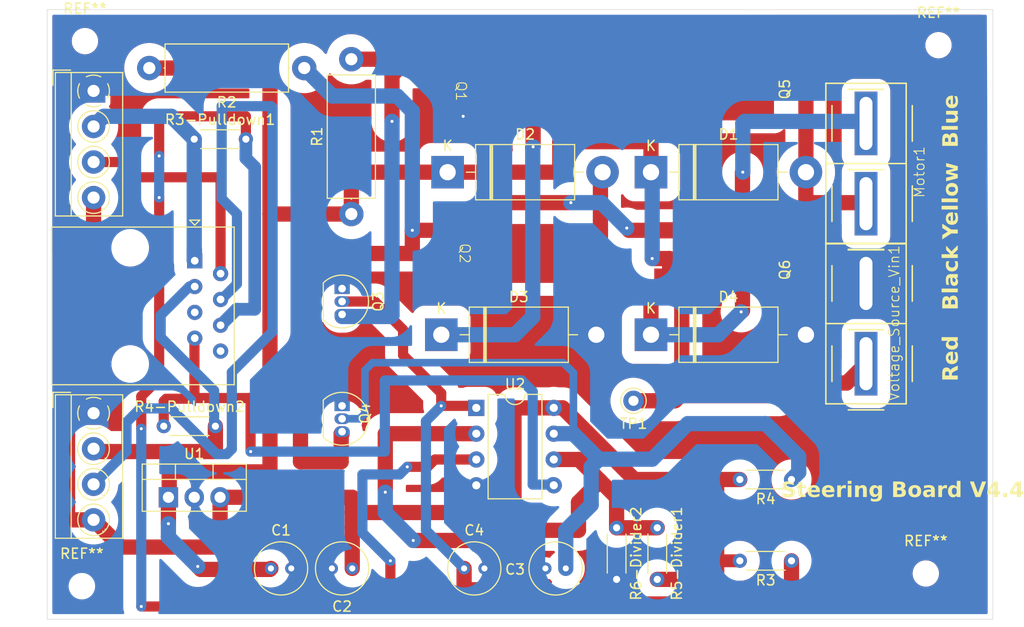
<source format=kicad_pcb>
(kicad_pcb (version 20221018) (generator pcbnew)
  (title_block (date "22 February 2025") (rev "8"))
  (layers (0 "F.Cu" signal) (31 "B.Cu" signal) (34 "B.Paste" user) (35 "F.Paste" user) (36 "B.SilkS" user "B.Silkscreen") (37 "F.SilkS" user "F.Silkscreen") (38 "B.Mask" user) (39 "F.Mask" user) (44 "Edge.Cuts" user))
  (net 0 "")
  (net 1 "V_{Supply}")
  (net 2 "GND")
  (net 3 "5 VDC")
  (net 4 "Net-(Q4-G)")
  (net 5 "Net-(Q3-G)")
  (net 6 "/L_Sense")
  (net 7 "Net-(Q1-G)")
  (net 8 "Net-(Q2-G)")
  (net 9 "/R_TN")
  (net 10 "L_TN")
  (net 11 "1.8 VDC")
  (net 14 "LOAD_LEFT")
  (net 15 "LOAD_RIGHT")
  (net 16 "/R_Sense")
  (net 17 "/L_RTN")
  (net 18 "/R_RTN")
  (footprint "Connector_RJ:RJ45_Amphenol_54602-x08_Horizontal" (layer "F.Cu") (at 29.6 40.2175 -90)
    (fp_text reference "RJ1" hide)
    (fp_text value "RJ45" hide)
    (pad "" np_thru_hole circle (at -1.27 6.35 270) (size 3.2 3.2) (drill 3.2) (layers "F&B.Cu" "*.Mask"))
    (pad "" np_thru_hole circle (at 10.16 6.35 270) (size 3.2 3.2) (drill 3.2) (layers "F&B.Cu" "*.Mask"))
    (pad "1" thru_hole rect (at 0 0 270) (size 1.5 1.5) (drill 0.76) (layers "*.Cu" "*.Mask") (net 17 "/L_RTN"))
    (pad "2" thru_hole circle (at 1.27 -2.54 270) (size 1.5 1.5) (drill 0.76) (layers "*.Cu" "*.Mask") (net 6 "/L_Sense"))
    (pad "3" thru_hole circle (at 2.54 0 270) (size 1.5 1.5) (drill 0.76) (layers "*.Cu" "*.Mask") (net 18 "/R_RTN"))
    (pad "4" thru_hole circle (at 3.81 -2.54 270) (size 1.5 1.5) (drill 0.76) (layers "*.Cu" "*.Mask") (net 16 "/R_Sense"))
    (pad "5" thru_hole circle (at 5.08 0 270) (size 1.5 1.5) (drill 0.76) (layers "*.Cu" "*.Mask"))
    (pad "6" thru_hole circle (at 6.35 -2.54 270) (size 1.5 1.5) (drill 0.76) (layers "*.Cu" "*.Mask") (net 9 "/R_TN"))
    (pad "7" thru_hole circle (at 7.62 0 270) (size 1.5 1.5) (drill 0.76) (layers "*.Cu" "*.Mask") (net 10 "L_TN"))
    (pad "8" thru_hole circle (at 8.89 -2.54 270) (size 1.5 1.5) (drill 0.76) (layers "*.Cu" "*.Mask"))
  )
  (footprint "AOD66406:AOD66406" (layer "F.Cu") (at 55.01 39.5 -90)
    (fp_text reference "Q2" (at -0.01 -1.15 -90 unlocked) (layer "F.SilkS") (effects (font (thickness 0.1))))
    (fp_text value "AOD66406")
    (pad "1" smd rect (at -0.0002 -7.87 270) (size 5.8 6.2) (layers "F.Cu" "F.Paste" "F.Mask") (net 15 "LOAD_RIGHT"))
    (pad "2" smd rect (at -2.2802 -0.69 270) (size 1.6 3) (layers "F.Cu" "F.Paste" "F.Mask") (net 8 "Net-(Q2-G)"))
    (pad "3" smd rect (at 2.2798 -0.69 270) (size 1.6 3) (layers "F.Cu" "F.Paste" "F.Mask") (net 2 "GND"))
  )
  (footprint "Resistor_THT:R_Axial_DIN0204_L3.6mm_D1.6mm_P5.08mm_Horizontal" (layer "F.Cu") (at 26.55 56.5)
    (fp_text reference "R4-Pulldown2" (at 2.54 -1.92) (layer "F.SilkS"))
    (fp_text value "10K")
    (pad "1" thru_hole circle (at 0 0) (size 1.4 1.4) (drill 0.7) (layers "*.Cu" "*.Mask") (net 10 "L_TN"))
    (pad "2" thru_hole oval (at 5.08 0) (size 1.4 1.4) (drill 0.7) (layers "*.Cu" "*.Mask") (net 18 "/R_RTN"))
  )
  (footprint "Resistor_THT:R_Axial_DIN0414_L11.9mm_D4.5mm_P15.24mm_Horizontal" (layer "F.Cu") (at 40.37 21.25 180)
    (fp_text reference "R2" (at 7.62 -3.37 180) (layer "F.SilkS"))
    (fp_text value "1K")
    (pad "1" thru_hole circle (at 0 0 180) (size 2.4 2.4) (drill 1.2) (layers "*.Cu" "*.Mask") (net 8 "Net-(Q2-G)"))
    (pad "2" thru_hole oval (at 15.24 0 180) (size 2.4 2.4) (drill 1.2) (layers "*.Cu" "*.Mask") (net 1 "V_{Supply}"))
  )
  (footprint "TerminalBlock_MetzConnect:TerminalBlock_MetzConnect_Type059_RT06304HBWC_1x04_P3.50mm_Horizontal" (layer "F.Cu") (at 19.65 55.22 -90)
    (fp_text reference "Right1" hide)
    (fp_text value "Screw_Terminal_01x04")
    (pad "1" thru_hole rect (at 0 0 270) (size 2.3 2.3) (drill 1.2) (layers "*.Cu" "*.Mask") (net 2 "GND"))
    (pad "2" thru_hole circle (at 3.5 0 270) (size 2.3 2.3) (drill 1.2) (layers "*.Cu" "*.Mask") (net 18 "/R_RTN"))
    (pad "3" thru_hole circle (at 7 0 270) (size 2.3 2.3) (drill 1.2) (layers "*.Cu" "*.Mask") (net 16 "/R_Sense"))
    (pad "4" thru_hole circle (at 10.5 0 270) (size 2.3 2.3) (drill 1.2) (layers "*.Cu" "*.Mask") (net 3 "5 VDC"))
  )
  (footprint "Package_TO_SOT_THT:TO-220-3_Vertical" (layer "F.Cu") (at 27.01 63.5)
    (fp_text reference "U1" (at 2.54 -4.27) (layer "F.SilkS"))
    (fp_text value "L7805")
    (pad "1" thru_hole rect (at 0 0) (size 1.905 2) (drill 1.1) (layers "*.Cu" "*.Mask") (net 1 "V_{Supply}"))
    (pad "2" thru_hole oval (at 2.54 0) (size 1.905 2) (drill 1.1) (layers "*.Cu" "*.Mask") (net 2 "GND"))
    (pad "3" thru_hole oval (at 5.08 0) (size 1.905 2) (drill 1.1) (layers "*.Cu" "*.Mask") (net 3 "5 VDC"))
  )
  (footprint "Connector_Pin:Pin_D1.0mm_L10.0mm" (layer "F.Cu") (at 72.75 54)
    (fp_text reference "TP1" (at 0 2.25) (layer "F.SilkS"))
    (fp_text value "TestPoint")
    (pad "1" thru_hole circle (at 0 0) (size 2 2) (drill 1) (layers "*.Cu" "*.Mask") (net 1 "V_{Supply}"))
  )
  (footprint "TerminalBlock_MetzConnect:TerminalBlock_MetzConnect_Type059_RT06304HBWC_1x04_P3.50mm_Horizontal" (layer "F.Cu") (at 19.65 23.5 -90)
    (fp_text reference "Left1" hide)
    (fp_text value "Screw_Terminal_01x04")
    (pad "1" thru_hole rect (at 0 0 270) (size 2.3 2.3) (drill 1.2) (layers "*.Cu" "*.Mask") (net 2 "GND"))
    (pad "2" thru_hole circle (at 3.5 0 270) (size 2.3 2.3) (drill 1.2) (layers "*.Cu" "*.Mask") (net 17 "/L_RTN"))
    (pad "3" thru_hole circle (at 7 0 270) (size 2.3 2.3) (drill 1.2) (layers "*.Cu" "*.Mask") (net 6 "/L_Sense"))
    (pad "4" thru_hole circle (at 10.5 0 270) (size 2.3 2.3) (drill 1.2) (layers "*.Cu" "*.Mask") (net 3 "5 VDC"))
  )
  (footprint "Package_TO_SOT_THT:TO-92_Inline" (layer "F.Cu") (at 44.09 42.96 -90)
    (fp_text reference "Q3" (at 1.27 -3.56 90) (layer "F.SilkS"))
    (fp_text value "2N7000")
    (pad "1" thru_hole rect (at 0 0 270) (size 1.05 1.5) (drill 0.75) (layers "*.Cu" "*.Mask") (net 2 "GND"))
    (pad "2" thru_hole oval (at 1.27 0 270) (size 1.05 1.5) (drill 0.75) (layers "*.Cu" "*.Mask") (net 5 "Net-(Q3-G)"))
    (pad "3" thru_hole oval (at 2.54 0 270) (size 1.05 1.5) (drill 0.75) (layers "*.Cu" "*.Mask") (net 7 "Net-(Q1-G)"))
  )
  (footprint "MountingHole:MountingHole_2.1mm" (layer "F.Cu") (at 101.5 71)
    (fp_text reference "REF**" (at 0 -3.2) (layer "F.SilkS"))
    (fp_text value "MountingHole_2.1mm")
    (pad "" np_thru_hole circle (at 0 0) (size 2.1 2.1) (drill 2.1) (layers "F&B.Cu" "*.Mask"))
  )
  (footprint "Diode_THT:D_DO-201AD_P15.24mm_Horizontal" (layer "F.Cu") (at 54.47 31.5)
    (fp_text reference "D2" (at 7.62 -3.72) (layer "F.SilkS"))
    (fp_text value "SB5H100")
    (fp_text user "K" (at 0 -2.6) (layer "F.SilkS"))
    (pad "1" thru_hole rect (at 0 0) (size 3.2 3.2) (drill 1.6) (layers "*.Cu" "*.Mask") (net 1 "V_{Supply}"))
    (pad "2" thru_hole oval (at 15.24 0) (size 3.2 3.2) (drill 1.6) (layers "*.Cu" "*.Mask") (net 15 "LOAD_RIGHT"))
  )
  (footprint "Diode_THT:D_DO-201AD_P15.24mm_Horizontal" (layer "F.Cu") (at 53.85 47.5)
    (fp_text reference "D3" (at 7.62 -3.72) (layer "F.SilkS"))
    (fp_text value "SB5H100")
    (fp_text user "K" (at 0 -2.6) (layer "F.SilkS"))
    (pad "1" thru_hole rect (at 0 0) (size 3.2 3.2) (drill 1.6) (layers "*.Cu" "*.Mask") (net 14 "LOAD_LEFT"))
    (pad "2" thru_hole oval (at 15.24 0) (size 3.2 3.2) (drill 1.6) (layers "*.Cu" "*.Mask") (net 2 "GND"))
  )
  (footprint "Resistor_THT:R_Axial_DIN0414_L11.9mm_D4.5mm_P15.24mm_Horizontal" (layer "F.Cu") (at 45 35.62 90)
    (fp_text reference "R1" (at 7.62 -3.37 90) (layer "F.SilkS"))
    (fp_text value "1K")
    (pad "1" thru_hole circle (at 0 0 90) (size 2.4 2.4) (drill 1.2) (layers "*.Cu" "*.Mask") (net 1 "V_{Supply}"))
    (pad "2" thru_hole oval (at 15.24 0 90) (size 2.4 2.4) (drill 1.2) (layers "*.Cu" "*.Mask") (net 7 "Net-(Q1-G)"))
  )
  (footprint "Resistor_THT:R_Axial_DIN0204_L3.6mm_D1.6mm_P5.08mm_Horizontal" (layer "F.Cu") (at 88.29 61.75 180)
    (fp_text reference "R4" (at 2.54 -1.92 180) (layer "F.SilkS"))
    (fp_text value "10k")
    (pad "1" thru_hole circle (at 0 0 180) (size 1.4 1.4) (drill 0.7) (layers "*.Cu" "*.Mask") (net 4 "Net-(Q4-G)"))
    (pad "2" thru_hole oval (at 5.08 0 180) (size 1.4 1.4) (drill 0.7) (layers "*.Cu" "*.Mask") (net 3 "5 VDC"))
  )
  (footprint "Capacitor_THT:C_Radial_D5.0mm_H7.0mm_P2.00mm" (layer "F.Cu") (at 56.09 70.5)
    (fp_text reference "C4" (at 1 -3.75) (layer "F.SilkS"))
    (fp_text value "10pF")
    (pad "1" thru_hole circle (at 0 0) (size 1.2 1.2) (drill 0.6) (layers "*.Cu" "*.Mask") (net 5 "Net-(Q3-G)"))
    (pad "2" thru_hole circle (at 2 0) (size 1.2 1.2) (drill 0.6) (layers "*.Cu" "*.Mask") (net 2 "GND"))
  )
  (footprint "Package_DIP:DIP-8_W7.62mm" (layer "F.Cu") (at 57.29 54.7)
    (fp_text reference "U2" (at 3.81 -2.33) (layer "F.SilkS"))
    (fp_text value "LM393")
    (pad "1" thru_hole rect (at 0 0) (size 1.6 1.6) (drill 0.8) (layers "*.Cu" "*.Mask") (net 5 "Net-(Q3-G)"))
    (pad "2" thru_hole oval (at 0 2.54) (size 1.6 1.6) (drill 0.8) (layers "*.Cu" "*.Mask") (net 11 "1.8 VDC"))
    (pad "3" thru_hole oval (at 0 5.08) (size 1.6 1.6) (drill 0.8) (layers "*.Cu" "*.Mask") (net 9 "/R_TN"))
    (pad "4" thru_hole oval (at 0 7.62) (size 1.6 1.6) (drill 0.8) (layers "*.Cu" "*.Mask") (net 2 "GND"))
    (pad "5" thru_hole oval (at 7.62 7.62) (size 1.6 1.6) (drill 0.8) (layers "*.Cu" "*.Mask") (net 10 "L_TN"))
    (pad "6" thru_hole oval (at 7.62 5.08) (size 1.6 1.6) (drill 0.8) (layers "*.Cu" "*.Mask") (net 11 "1.8 VDC"))
    (pad "7" thru_hole oval (at 7.62 2.54) (size 1.6 1.6) (drill 0.8) (layers "*.Cu" "*.Mask") (net 4 "Net-(Q4-G)"))
    (pad "8" thru_hole oval (at 7.62 0) (size 1.6 1.6) (drill 0.8) (layers "*.Cu" "*.Mask") (net 3 "5 VDC"))
  )
  (footprint "Anderson_Connector:Anderson_Conn" (layer "F.Cu") (at 101.83 30.65 90)
    (fp_text reference "Motor1" (at -0.84 -0.9625 90 unlocked) (layer "F.SilkS") (effects (font (thickness 0.1))))
    (fp_text value "Conn_01x02")
    (pad "1" thru_hole rect (at -3.95 -6.21 90) (size 6.25 2.25) (drill oval 5.23 1.27) (layers "*.Cu" "*.Mask") (net 14 "LOAD_LEFT"))
    (pad "2" thru_hole rect (at 3.95 -6.21 90) (size 6.25 2.25) (drill oval 5.23 1.27) (layers "*.Cu" "*.Mask") (net 15 "LOAD_RIGHT"))
  )
  (footprint "Capacitor_THT:C_Radial_D5.0mm_H7.0mm_P2.00mm" (layer "F.Cu") (at 66.09 70.5 180)
    (fp_text reference "C3" (at 4.99 -0.1) (layer "F.SilkS"))
    (fp_text value "10pF")
    (pad "1" thru_hole circle (at 0 0 180) (size 1.2 1.2) (drill 0.6) (layers "*.Cu" "*.Mask") (net 4 "Net-(Q4-G)"))
    (pad "2" thru_hole circle (at 2 0 180) (size 1.2 1.2) (drill 0.6) (layers "*.Cu" "*.Mask") (net 2 "GND"))
  )
  (footprint "Resistor_THT:R_Axial_DIN0204_L3.6mm_D1.6mm_P5.08mm_Horizontal" (layer "F.Cu") (at 71.09 66.5 -90)
    (fp_text reference "R6-Divider2" (at 2.54 -1.92 90) (layer "F.SilkS"))
    (fp_text value "4.7K")
    (pad "1" thru_hole circle (at 0 0 270) (size 1.4 1.4) (drill 0.7) (layers "*.Cu" "*.Mask") (net 11 "1.8 VDC"))
    (pad "2" thru_hole oval (at 5.08 0 270) (size 1.4 1.4) (drill 0.7) (layers "*.Cu" "*.Mask") (net 2 "GND"))
  )
  (footprint "MountingHole:MountingHole_2.1mm" (layer "F.Cu") (at 18.8 18.6)
    (fp_text reference "REF**" (at 0 -3.2) (layer "F.SilkS"))
    (fp_text value "MountingHole_2.1mm")
    (pad "" np_thru_hole circle (at 0 0) (size 2.1 2.1) (drill 2.1) (layers "F&B.Cu" "*.Mask"))
  )
  (footprint "Capacitor_THT:C_Radial_D5.0mm_H7.0mm_P2.00mm" (layer "F.Cu") (at 45.09 70.5 180)
    (fp_text reference "C2" (at 1 -3.75) (layer "F.SilkS"))
    (fp_text value "0.1uF")
    (pad "1" thru_hole circle (at 0 0 180) (size 1.2 1.2) (drill 0.6) (layers "*.Cu" "*.Mask") (net 3 "5 VDC"))
    (pad "2" thru_hole circle (at 2 0 180) (size 1.2 1.2) (drill 0.6) (layers "*.Cu" "*.Mask") (net 2 "GND"))
  )
  (footprint "Anderson_Connector:Anderson_Conn" (layer "F.Cu") (at 101.83 46.4 90)
    (fp_text reference "Voltage_Source_Vin1" (at 0.05 -3.44 90 unlocked) (layer "F.SilkS") (effects (font (thickness 0.1))))
    (fp_text value "Conn_01x02")
    (pad "1" thru_hole rect (at -3.95 -6.21 90) (size 6.25 2.25) (drill oval 5.23 1.27) (layers "*.Cu" "*.Mask") (net 1 "V_{Supply}"))
    (pad "2" thru_hole rect (at 3.95 -6.21 90) (size 6.25 2.25) (drill oval 5.23 1.27) (layers "*.Cu" "*.Mask") (net 2 "GND"))
  )
  (footprint "Resistor_THT:R_Axial_DIN0204_L3.6mm_D1.6mm_P5.08mm_Horizontal" (layer "F.Cu") (at 29.55 28.25)
    (fp_text reference "R3-Pulldown1" (at 2.54 -1.92) (layer "F.SilkS"))
    (fp_text value "10K")
    (pad "1" thru_hole circle (at 0 0) (size 1.4 1.4) (drill 0.7) (layers "*.Cu" "*.Mask") (net 17 "/L_RTN"))
    (pad "2" thru_hole oval (at 5.08 0) (size 1.4 1.4) (drill 0.7) (layers "*.Cu" "*.Mask") (net 9 "/R_TN"))
  )
  (footprint "Package_TO_SOT_THT:TO-92_Inline" (layer "F.Cu") (at 44.09 54.5 -90)
    (fp_text reference "Q4" (at 0.75 -2.25 90) (layer "F.SilkS"))
    (fp_text value "2N7000")
    (pad "1" thru_hole rect (at 0 0 270) (size 1.05 1.5) (drill 0.75) (layers "*.Cu" "*.Mask") (net 2 "GND"))
    (pad "2" thru_hole oval (at 1.27 0 270) (size 1.05 1.5) (drill 0.75) (layers "*.Cu" "*.Mask") (net 4 "Net-(Q4-G)"))
    (pad "3" thru_hole oval (at 2.54 0 270) (size 1.05 1.5) (drill 0.75) (layers "*.Cu" "*.Mask") (net 8 "Net-(Q2-G)"))
  )
  (footprint "AOD4189:DPACK" (layer "F.Cu") (at 81.09 39.5 -90)
    (fp_text reference "Q6" (at 1.61 -6.54 90) (layer "F.SilkS"))
    (fp_text value "AOD4189")
    (pad "1" smd rect (at -2.28 4.8 270) (size 1.6 3) (layers "F.Cu" "F.Paste" "F.Mask") (net 8 "Net-(Q2-G)"))
    (pad "3" smd rect (at 2.28 4.8 270) (size 1.6 3) (layers "F.Cu" "F.Paste" "F.Mask") (net 1 "V_{Supply}"))
    (pad "4" smd rect (at 0 -2.38 270) (size 5.8 6.2) (layers "F.Cu" "F.Paste" "F.Mask") (net 15 "LOAD_RIGHT"))
  )
  (footprint "Resistor_THT:R_Axial_DIN0204_L3.6mm_D1.6mm_P5.08mm_Horizontal" (layer "F.Cu") (at 88.29 69.75 180)
    (fp_text reference "R3" (at 2.54 -1.92 180) (layer "F.SilkS"))
    (fp_text value "10k")
    (pad "1" thru_hole circle (at 0 0 180) (size 1.4 1.4) (drill 0.7) (layers "*.Cu" "*.Mask") (net 5 "Net-(Q3-G)"))
    (pad "2" thru_hole oval (at 5.08 0 180) (size 1.4 1.4) (drill 0.7) (layers "*.Cu" "*.Mask") (net 3 "5 VDC"))
  )
  (footprint "Diode_THT:D_DO-201AD_P15.24mm_Horizontal" (layer "F.Cu") (at 74.47 47.5)
    (fp_text reference "D4" (at 7.62 -3.72) (layer "F.SilkS"))
    (fp_text value "SB5H100")
    (fp_text user "K" (at 0 -2.6) (layer "F.SilkS"))
    (pad "1" thru_hole rect (at 0 0) (size 3.2 3.2) (drill 1.6) (layers "*.Cu" "*.Mask") (net 15 "LOAD_RIGHT"))
    (pad "2" thru_hole oval (at 15.24 0) (size 3.2 3.2) (drill 1.6) (layers "*.Cu" "*.Mask") (net 2 "GND"))
  )
  (footprint "MountingHole:MountingHole_2.1mm" (layer "F.Cu") (at 18.5 72.25)
    (fp_text reference "REF**" (at 0 -3.2) (layer "F.SilkS"))
    (fp_text value "MountingHole_2.1mm")
    (pad "" np_thru_hole circle (at 0 0) (size 2.1 2.1) (drill 2.1) (layers "*.Cu" "*.Mask"))
  )
  (footprint "AOD4189:DPACK" (layer "F.Cu") (at 81.09 23.5 -90)
    (fp_text reference "Q5" (at -0.17 -6.54 90) (layer "F.SilkS"))
    (fp_text value "AOD4189")
    (pad "1" smd rect (at -2.28 4.8 270) (size 1.6 3) (layers "F.Cu" "F.Paste" "F.Mask") (net 7 "Net-(Q1-G)"))
    (pad "3" smd rect (at 2.28 4.8 270) (size 1.6 3) (layers "F.Cu" "F.Paste" "F.Mask") (net 1 "V_{Supply}"))
    (pad "4" smd rect (at 0 -2.38 270) (size 5.8 6.2) (layers "F.Cu" "F.Paste" "F.Mask") (net 14 "LOAD_LEFT"))
  )
  (footprint "MountingHole:MountingHole_2.1mm" (layer "F.Cu") (at 102.75 19)
    (fp_text reference "REF**" (at 0 -3.2) (layer "F.SilkS"))
    (fp_text value "MountingHole_2.1mm")
    (pad "" np_thru_hole circle (at 0 0) (size 2.1 2.1) (drill 2.1) (layers "F&B.Cu" "*.Mask"))
  )
  (footprint "Resistor_THT:R_Axial_DIN0204_L3.6mm_D1.6mm_P5.08mm_Horizontal" (layer "F.Cu") (at 75.09 66.5 -90)
    (fp_text reference "R5-Divider1" (at 2.54 -1.92 90) (layer "F.SilkS"))
    (fp_text value "10K")
    (pad "1" thru_hole circle (at 0 0 270) (size 1.4 1.4) (drill 0.7) (layers "*.Cu" "*.Mask") (net 11 "1.8 VDC"))
    (pad "2" thru_hole oval (at 5.08 0 270) (size 1.4 1.4) (drill 0.7) (layers "*.Cu" "*.Mask") (net 3 "5 VDC"))
  )
  (footprint "AOD66406:AOD66406" (layer "F.Cu") (at 55.01 23.5 -90)
    (fp_text reference "Q1" (at 0.02 -0.79 -90 unlocked) (layer "F.SilkS") (effects (font (thickness 0.1))))
    (fp_text value "AOD66406")
    (pad "1" smd rect (at -0.0002 -7.87 270) (size 5.8 6.2) (layers "F.Cu" "F.Paste" "F.Mask") (net 14 "LOAD_LEFT"))
    (pad "2" smd rect (at -2.2802 -0.69 270) (size 1.6 3) (layers "F.Cu" "F.Paste" "F.Mask") (net 7 "Net-(Q1-G)"))
    (pad "3" smd rect (at 2.2798 -0.69 270) (size 1.6 3) (layers "F.Cu" "F.Paste" "F.Mask") (net 2 "GND"))
  )
  (footprint "Diode_THT:D_DO-201AD_P15.24mm_Horizontal" (layer "F.Cu") (at 74.47 31.5)
    (fp_text reference "D1" (at 7.62 -3.72) (layer "F.SilkS"))
    (fp_text value "SB5H100")
    (fp_text user "K" (at 0 -2.6) (layer "F.SilkS"))
    (pad "1" thru_hole rect (at 0 0) (size 3.2 3.2) (drill 1.6) (layers "*.Cu" "*.Mask") (net 1 "V_{Supply}"))
    (pad "2" thru_hole oval (at 15.24 0) (size 3.2 3.2) (drill 1.6) (layers "*.Cu" "*.Mask") (net 14 "LOAD_LEFT"))
  )
  (footprint "Capacitor_THT:C_Radial_D5.0mm_H7.0mm_P2.00mm" (layer "F.Cu") (at 37.09 70.5)
    (fp_text reference "C1" (at 1 -3.75) (layer "F.SilkS"))
    (fp_text value "0.33uF")
    (pad "1" thru_hole circle (at 0 0) (size 1.2 1.2) (drill 0.6) (layers "*.Cu" "*.Mask") (net 1 "V_{Supply}"))
    (pad "2" thru_hole circle (at 2 0) (size 1.2 1.2) (drill 0.6) (layers "*.Cu" "*.Mask") (net 2 "GND"))
  )
  (gr_rect (start 15.09 15.5) (end 108.09 75.5) (stroke (width 0.05)) (fill none) (layer "Edge.Cuts"))
  (gr_text "Blue" (at 104.9 29.1 90) (layer "F.SilkS") (effects (font (size 1.5 1.5) (thickness 0.3) bold) (justify left bottom)))
  (gr_text "Yellow" (at 104.9 38.1 90) (layer "F.SilkS") (effects (font (size 1.5 1.5) (thickness 0.3) bold) (justify left bottom)))
  (gr_text "Black" (at 104.9 45.1 90) (layer "F.SilkS") (effects (font (size 1.5 1.5) (thickness 0.3) bold) (justify left bottom)))
  (gr_text "Red" (at 104.9 52.1 90) (layer "F.SilkS") (effects (font (size 1.5 1.5) (thickness 0.3) bold) (justify left bottom)))
  (gr_text "Steering Board V4.4\n\n" (at 87.25 66.25) (layer "F.SilkS") (effects (font (size 1.5 1.5) (thickness 0.25) bold) (justify left bottom)))
  (segment (start 76.3 40) (end 76.3 41.77) (width 1.5) (layer "F.Cu") (net 1))
  (segment (start 76.29 41.78) (end 77.5 42.99) (width 1.5) (layer "F.Cu") (net 1))
  (segment (start 87 53.5) (end 88.25 52.25) (width 1.5) (layer "F.Cu") (net 1))
  (segment (start 74.59 40) (end 76.3 40) (width 1.5) (layer "F.Cu") (net 1))
  (segment (start 45 35.62) (end 37 35.62) (width 1.5) (layer "F.Cu") (net 1))
  (segment (start 54.47 31.5) (end 45 31.5) (width 1.5) (layer "F.Cu") (net 1))
  (segment (start 27.2 61) (end 27.09 61.11) (width 1.5) (layer "F.Cu") (net 1))
  (segment (start 54.47 31.5) (end 65.5 31.5) (width 1.5) (layer "F.Cu") (net 1))
  (segment (start 37 21.25) (end 37 35.62) (width 1.5) (layer "F.Cu") (net 1))
  (segment (start 27.09 61.11) (end 27.09 63.42) (width 1.5) (layer "F.Cu") (net 1))
  (segment (start 36.99 70.6) (end 37.09 70.5) (width 1.5) (layer "F.Cu") (net 1))
  (segment (start 37 61) (end 27.2 61) (width 1.5) (layer "F.Cu") (net 1))
  (segment (start 37 35.62) (end 37 61) (width 1.5) (layer "F.Cu") (net 1))
  (segment (start 76.3 41.77) (end 76.29 41.78) (width 1.5) (layer "F.Cu") (net 1))
  (segment (start 25.13 21.25) (end 37 21.25) (width 1.5) (layer "F.Cu") (net 1))
  (segment (start 88.25 52.25) (end 93.72 52.25) (width 1.5) (layer "F.Cu") (net 1))
  (segment (start 74.47 28.5) (end 74.47 31.5) (width 1.5) (layer "F.Cu") (net 1))
  (segment (start 77.34 53.5) (end 76.84 54) (width 1.5) (layer "F.Cu") (net 1))
  (segment (start 76.84 54) (end 72.75 54) (width 1.5) (layer "F.Cu") (net 1))
  (segment (start 65.5 31.5) (end 65.5 28.5) (width 1.5) (layer "F.Cu") (net 1))
  (segment (start 77.5 42.99) (end 77.5 53.34) (width 1.5) (layer "F.Cu") (net 1))
  (segment (start 45 31.5) (end 45 35.62) (width 1.5) (layer "F.Cu") (net 1))
  (segment (start 76.29 25.78) (end 74.47 25.78) (width 1.5) (layer "F.Cu") (net 1))
  (segment (start 77.5 53.34) (end 77.34 53.5) (width 1.5) (layer "F.Cu") (net 1))
  (segment (start 77.34 53.5) (end 87 53.5) (width 1.5) (layer "F.Cu") (net 1))
  (segment (start 27.09 63.42) (end 27.01 63.5) (width 1.5) (layer "F.Cu") (net 1))
  (segment (start 30.19 70.6) (end 36.99 70.6) (width 1.5) (layer "F.Cu") (net 1))
  (segment (start 65.5 28.5) (end 74.47 28.5) (width 1.5) (layer "F.Cu") (net 1))
  (segment (start 29.895 70.305) (end 30.19 70.6) (width 1.5) (layer "F.Cu") (net 1))
  (segment (start 74.47 25.78) (end 74.47 28.5) (width 1.5) (layer "F.Cu") (net 1))
  (segment (start 27.01 66.1) (end 27.01 63.5) (width 1.5) (layer "F.Cu") (net 1))
  (segment (start 93.72 52.25) (end 95.62 50.35) (width 1.5) (layer "F.Cu") (net 1))
  (via (at 74.59 40) (size 0.6) (drill 0.3) (layers "F.Cu" "B.Cu") (net 1))
  (via (at 27.01 66.1) (size 0.6) (drill 0.3) (layers "F.Cu" "B.Cu") (net 1))
  (via (at 29.895 70.305) (size 0.6) (drill 0.3) (layers "F.Cu" "B.Cu") (net 1))
  (segment (start 29.895 70.305) (end 27.01 67.42) (width 1.5) (layer "B.Cu") (net 1))
  (segment (start 27.01 67.42) (end 27.01 66.1) (width 1.5) (layer "B.Cu") (net 1))
  (segment (start 74.59 40) (end 74.59 31.62) (width 1.5) (layer "B.Cu") (net 1))
  (segment (start 74.59 31.62) (end 74.47 31.5) (width 1.5) (layer "B.Cu") (net 1))
  (segment (start 44.2202 41.7798) (end 44.09 41.91) (width 1) (layer "F.Cu") (net 2))
  (segment (start 44.09 41.91) (end 44.09 42.96) (width 1) (layer "F.Cu") (net 2))
  (segment (start 55.7 41.7798) (end 44.2202 41.7798) (width 1) (layer "F.Cu") (net 2))
  (via (at 56 26) (size 0.6) (drill 0.3) (layers "F.Cu" "B.Cu") (net 2))
  (segment (start 80.93 71.47) (end 80.93 69.75) (width 1.5) (layer "F.Cu") (net 3))
  (segment (start 83.21 61.75) (end 80.93 61.75) (width 1.5) (layer "F.Cu") (net 3))
  (segment (start 19.5 41.1) (end 19.65 40.95) (width 1.5) (layer "F.Cu") (net 3))
  (segment (start 61 65) (end 61 54.8) (width 1.5) (layer "F.Cu") (net 3))
  (segment (start 17.1 41.1) (end 19.5 41.1) (width 1.5) (layer "F.Cu") (net 3))
  (segment (start 61.1 54.7) (end 64.91 54.7) (width 1.5) (layer "F.Cu") (net 3))
  (segment (start 72.84 61.75) (end 80.93 61.75) (width 1.5) (layer "F.Cu") (net 3))
  (segment (start 17.09 65.5) (end 17.09 41.11) (width 1.5) (layer "F.Cu") (net 3))
  (segment (start 32.09 68.4) (end 32.09 63.5) (width 1.5) (layer "F.Cu") (net 3))
  (segment (start 45.09 65) (end 61 65) (width 1.5) (layer "F.Cu") (net 3))
  (segment (start 61 54.8) (end 61.1 54.7) (width 1.5) (layer "F.Cu") (net 3))
  (segment (start 32.09 63.5) (end 45.09 63.5) (width 1.5) (layer "F.Cu") (net 3))
  (segment (start 19.65 40.95) (end 19.65 34) (width 1.5) (layer "F.Cu") (net 3))
  (segment (start 64.91 54.7) (end 65.79 54.7) (width 1.5) (layer "F.Cu") (net 3))
  (segment (start 19.65 65.72) (end 22.33 68.4) (width 1.5) (layer "F.Cu") (net 3))
  (segment (start 17.09 41.11) (end 17.1 41.1) (width 1.5) (layer "F.Cu") (net 3))
  (segment (start 80.82 71.58) (end 80.93 71.47) (width 1.5) (layer "F.Cu") (net 3))
  (segment (start 19.65 65.72) (end 17.31 65.72) (width 1.5) (layer "F.Cu") (net 3))
  (segment (start 80.93 61.75) (end 80.93 69.75) (width 1.5) (layer "F.Cu") (net 3))
  (segment (start 65.79 54.7) (end 72.84 61.75) (width 1.5) (layer "F.Cu") (net 3))
  (segment (start 75.09 71.58) (end 80.82 71.58) (width 1.5) (layer "F.Cu") (net 3))
  (segment (start 17.31 65.72) (end 17.09 65.5) (width 1.5) (layer "F.Cu") (net 3))
  (segment (start 45.09 66.5) (end 45.09 70.5) (width 1.5) (layer "F.Cu") (net 3))
  (segment (start 22.33 68.4) (end 32.09 68.4) (width 1.5) (layer "F.Cu") (net 3))
  (segment (start 45.09 63.5) (end 45.09 66.5) (width 1.5) (layer "F.Cu") (net 3))
  (segment (start 83.21 69.75) (end 80.93 69.75) (width 1.27) (layer "F.Cu") (net 3))
  (segment (start 68.59 64.25) (end 68.59 60.5) (width 1.5) (layer "B.Cu") (net 4))
  (segment (start 88.29 61.75) (end 89 61.04) (width 1.5) (layer "B.Cu") (net 4))
  (segment (start 66.83 57.24) (end 64.91 57.24) (width 1.5) (layer "B.Cu") (net 4))
  (segment (start 46.34 55.25) (end 46.34 51) (width 0.75) (layer "B.Cu") (net 4))
  (segment (start 74.59 59.75) (end 69.34 59.75) (width 1.5) (layer "B.Cu") (net 4))
  (segment (start 65.84 50.25) (end 66.84 51.25) (width 0.75) (layer "B.Cu") (net 4))
  (segment (start 89 59.5) (end 85.75 56.25) (width 1.5) (layer "B.Cu") (net 4))
  (segment (start 46.34 51) (end 47.09 50.25) (width 0.75) (layer "B.Cu") (net 4))
  (segment (start 66.84 57.23) (end 66.83 57.24) (width 0.75) (layer "B.Cu") (net 4))
  (segment (start 66.09 66.75) (end 68.59 64.25) (width 1.5) (layer "B.Cu") (net 4))
  (segment (start 89 61.04) (end 89 59.5) (width 1.5) (layer "B.Cu") (net 4))
  (segment (start 69.34 59.75) (end 66.83 57.24) (width 1.5) (layer "B.Cu") (net 4))
  (segment (start 47.09 50.25) (end 65.84 50.25) (width 0.75) (layer "B.Cu") (net 4))
  (segment (start 66.09 70.5) (end 66.09 66.75) (width 1.5) (layer "B.Cu") (net 4))
  (segment (start 66.84 51.25) (end 66.84 57.23) (width 0.75) (layer "B.Cu") (net 4))
  (segment (start 45.82 55.77) (end 46.34 55.25) (width 0.75) (layer "B.Cu") (net 4))
  (segment (start 44.09 55.77) (end 45.82 55.77) (width 0.75) (layer "B.Cu") (net 4))
  (segment (start 78.09 56.25) (end 74.59 59.75) (width 1.5) (layer "B.Cu") (net 4))
  (segment (start 68.59 60.5) (end 69.34 59.75) (width 1.5) (layer "B.Cu") (net 4))
  (segment (start 85.75 56.25) (end 78.09 56.25) (width 1.5) (layer "B.Cu") (net 4))
  (segment (start 56.09 70.5) (end 56.09 72.6) (width 1.5) (layer "F.Cu") (net 5))
  (segment (start 88.29 73.89) (end 88.29 69.75) (width 1.5) (layer "F.Cu") (net 5))
  (segment (start 50.09 47) (end 50.09 49.5) (width 1) (layer "F.Cu") (net 5))
  (segment (start 53.84 53.25) (end 53.84 54.5) (width 1) (layer "F.Cu") (net 5))
  (segment (start 88.2 74) (end 88.3 73.9) (width 1.5) (layer "F.Cu") (net 5))
  (segment (start 56.09 72.6) (end 60.9 72.6) (width 1.5) (layer "F.Cu") (net 5))
  (segment (start 60.9 72.6) (end 62.3 74) (width 1.5) (layer "F.Cu") (net 5))
  (segment (start 88.3 73.9) (end 88.29 73.89) (width 1.5) (layer "F.Cu") (net 5))
  (segment (start 47.32 44.23) (end 50.09 47) (width 1) (layer "F.Cu") (net 5))
  (segment (start 57.09 54.5) (end 57.29 54.7) (width 1) (layer "F.Cu") (net 5))
  (segment (start 62.3 74) (end 88.2 74) (width 1.5) (layer "F.Cu") (net 5))
  (segment (start 53.84 54.5) (end 57.09 54.5) (width 1) (layer "F.Cu") (net 5))
  (segment (start 44.09 44.23) (end 47.32 44.23) (width 1) (layer "F.Cu") (net 5))
  (segment (start 50.09 49.5) (end 53.84 53.25) (width 1) (layer "F.Cu") (net 5))
  (via (at 53.84 54.5) (size 0.6) (drill 0.3) (layers "F.Cu" "B.Cu") (net 5))
  (segment (start 52.34 66.75) (end 56.09 70.5) (width 1) (layer "B.Cu") (net 5))
  (segment (start 53.84 54.5) (end 52.34 56) (width 1) (layer "B.Cu") (net 5))
  (segment (start 52.34 56) (end 52.34 66.75) (width 1) (layer "B.Cu") (net 5))
  (segment (start 31.8 32) (end 32.14 32.34) (width 1) (layer "F.Cu") (net 6))
  (segment (start 22.3 30.5) (end 23.8 32) (width 1) (layer "F.Cu") (net 6))
  (segment (start 32.14 32.34) (end 32.14 41.4875) (width 1) (layer "F.Cu") (net 6))
  (segment (start 19.65 30.5) (end 22.3 30.5) (width 1) (layer "F.Cu") (net 6))
  (segment (start 23.8 32) (end 31.8 32) (width 1) (layer "F.Cu") (net 6))
  (segment (start 48.88 20.38) (end 49.7198 21.2198) (width 1.5) (layer "F.Cu") (net 7))
  (segment (start 76.3 18.6) (end 76.3 21.21) (width 1.5) (layer "F.Cu") (net 7))
  (segment (start 49.7198 21.2198) (end 55.7 21.2198) (width 1.5) (layer "F.Cu") (net 7))
  (segment (start 55.7 18.5) (end 76.2 18.5) (width 1.5) (layer "F.Cu") (net 7))
  (segment (start 76.3 21.21) (end 76.29 21.22) (width 1.5) (layer "F.Cu") (net 7))
  (segment (start 45 20.38) (end 48.88 20.38) (width 1.5) (layer "F.Cu") (net 7))
  (segment (start 49 21.9396) (end 49.7198 21.2198) (width 1.5) (layer "F.Cu") (net 7))
  (segment (start 76.2 18.5) (end 76.3 18.6) (width 1.5) (layer "F.Cu") (net 7))
  (segment (start 55.7 21.2198) (end 55.7 18.5) (width 1.5) (layer "F.Cu") (net 7))
  (segment (start 49 26.5) (end 49 21.9396) (width 1.5) (layer "F.Cu") (net 7))
  (via (at 49 26.5) (size 0.6) (drill 0.3) (layers "F.Cu" "B.Cu") (net 7))
  (segment (start 49 45.59) (end 48.885 45.705) (width 1.5) (layer "B.Cu") (net 7))
  (segment (start 48.885 45.705) (end 44.09 45.705) (width 1.5) (layer "B.Cu") (net 7))
  (segment (start 49 26.5) (end 49 45.59) (width 1.5) (layer "B.Cu") (net 7))
  (segment (start 57.59 34.5) (end 66.59 34.5) (width 1.5) (layer "F.Cu") (net 8))
  (segment (start 40 39.5) (end 51 39.5) (width 1.5) (layer "F.Cu") (net 8))
  (segment (start 76.29 37.22) (end 72.31 37.22) (width 1.5) (layer "F.Cu") (net 8))
  (segment (start 44 57.245) (end 44 60) (width 1.5) (layer "F.Cu") (net 8))
  (segment (start 44.09 57.245) (end 44 57.245) (width 1.5) (layer "F.Cu") (net 8))
  (segment (start 55.7 36.39) (end 56.84 35.25) (width 1.5) (layer "F.Cu") (net 8))
  (segment (start 55.7 37.2198) (end 51 37.2198) (width 1.5) (layer "F.Cu") (net 8))
  (segment (start 44 60) (end 40 60) (width 1.5) (layer "F.Cu") (net 8))
  (segment (start 40 60) (end 40 39.5) (width 1.5) (layer "F.Cu") (net 8))
  (segment (start 56.84 35.25) (end 57.59 34.5) (width 1.5) (layer "F.Cu") (net 8))
  (segment (start 51 39.5) (end 51 37.2198) (width 1.5) (layer "F.Cu") (net 8))
  (segment (start 72.31 37.22) (end 72.09 37) (width 1.5) (layer "F.Cu") (net 8))
  (segment (start 55.7 37.2198) (end 55.7 36.39) (width 1.5) (layer "F.Cu") (net 8))
  (via (at 72.09 37) (size 0.6) (drill 0.3) (layers "F.Cu" "B.Cu") (net 8))
  (via (at 66.59 34.5) (size 0.6) (drill 0.3) (layers "F.Cu" "B.Cu") (net 8))
  (via (at 51 37.2198) (size 0.6) (drill 0.3) (layers "F.Cu" "B.Cu") (net 8))
  (segment (start 49.5 24) (end 43.12 24) (width 1.5) (layer "B.Cu") (net 8))
  (segment (start 66.59 34.5) (end 69.59 34.5) (width 1.5) (layer "B.Cu") (net 8))
  (segment (start 51 37.2198) (end 51 25.5) (width 1.5) (layer "B.Cu") (net 8))
  (segment (start 51 25.5) (end 49.5 24) (width 1.5) (layer "B.Cu") (net 8))
  (segment (start 69.59 34.5) (end 72.09 37) (width 1.5) (layer "B.Cu") (net 8))
  (segment (start 43.12 24) (end 40.37 21.25) (width 1.5) (layer "B.Cu") (net 8))
  (segment (start 26.1 34) (end 26.1 51.8) (width 1) (layer "F.Cu") (net 9))
  (segment (start 52.5 60.5) (end 50.5 60.5) (width 1) (layer "F.Cu") (net 9))
  (segment (start 26.1 51.8) (end 24.34 53.56) (width 1) (layer "F.Cu") (net 9))
  (segment (start 24.34 53.56) (end 24.34 56.75) (width 1) (layer "F.Cu") (net 9))
  (segment (start 34.63 26) (end 34.63 28.25) (width 1) (layer "F.Cu") (net 9))
  (segment (start 53.22 59.78) (end 52.5 60.5) (width 1) (layer "F.Cu") (net 9))
  (segment (start 48.84 74.25) (end 29.84 74.25) (width 1) (layer "F.Cu") (net 9))
  (segment (start 26.1 29.9) (end 26.1 26.01) (width 1) (layer "F.Cu") (net 9))
  (segment (start 29.84 74.25) (end 24.34 74.25) (width 1) (layer "F.Cu") (net 9))
  (segment (start 48.84 69.75) (end 48.84 74.25) (width 1) (layer "F.Cu") (net 9))
  (segment (start 57.29 59.78) (end 53.22 59.78) (width 1) (layer "F.Cu") (net 9))
  (segment (start 26.1 26.01) (end 26.09 26) (width 1) (layer "F.Cu") (net 9))
  (segment (start 26.09 26) (end 34.63 26) (width 1) (layer "F.Cu") (net 9))
  (via (at 24.34 74.25) (size 0.6) (drill 0.3) (layers "F.Cu" "B.Cu") (net 9))
  (via (at 26.1 34) (size 0.6) (drill 0.3) (layers "F.Cu" "B.Cu") (net 9))
  (via (at 48.84 69.75) (size 0.6) (drill 0.3) (layers "F.Cu" "B.Cu") (net 9))
  (via (at 26.1 29.9) (size 0.6) (drill 0.3) (layers "F.Cu" "B.Cu") (net 9))
  (via (at 50.5 60.5) (size 0.6) (drill 0.3) (layers "F.Cu" "B.Cu") (net 9))
  (via (at 24.34 56.75) (size 0.6) (drill 0.3) (layers "F.Cu" "B.Cu") (net 9))
  (segment (start 35.5 44.9925) (end 33.715 44.9925) (width 1.25) (layer "B.Cu") (net 9))
  (segment (start 24.34 74.25) (end 24.34 56.75) (width 1) (layer "B.Cu") (net 9))
  (segment (start 33.715 44.9925) (end 32.14 46.5675) (width 1.25) (layer "B.Cu") (net 9))
  (segment (start 50.5 60.5) (end 49.75 61.25) (width 1) (layer "B.Cu") (net 9))
  (segment (start 26.1 34) (end 26.1 29.9) (width 1) (layer "B.Cu") (net 9))
  (segment (start 46.09 67) (end 48.84 69.75) (width 1) (layer "B.Cu") (net 9))
  (segment (start 35.5 31) (end 35.5 44.9925) (width 1.25) (layer "B.Cu") (net 9))
  (segment (start 34.63 28.25) (end 34.63 30.13) (width 1.25) (layer "B.Cu") (net 9))
  (segment (start 49.75 61.25) (end 46.09 61.25) (width 1) (layer "B.Cu") (net 9))
  (segment (start 46.09 61.25) (end 46.09 67) (width 1) (layer "B.Cu") (net 9))
  (segment (start 34.63 30.13) (end 35.5 31) (width 1.25) (layer "B.Cu") (net 9))
  (segment (start 29.57 51.73) (end 29.57 53.73) (width 1) (layer "F.Cu") (net 10))
  (segment (start 26.79 53.8) (end 26.55 54.04) (width 1) (layer "F.Cu") (net 10))
  (segment (start 29.57 47.8675) (end 29.57 51.73) (width 1) (layer "F.Cu") (net 10))
  (segment (start 35 53.73) (end 29.57 53.73) (width 1) (layer "F.Cu") (net 10))
  (segment (start 29.6 47.8375) (end 29.57 47.8675) (width 1) (layer "F.Cu") (net 10))
  (segment (start 35.09 58.99) (end 35.09 53.82) (width 1) (layer "F.Cu") (net 10))
  (segment (start 35.09 53.82) (end 35 53.73) (width 1) (layer "F.Cu") (net 10))
  (segment (start 35.1 59) (end 35.09 58.99) (width 1) (layer "F.Cu") (net 10))
  (segment (start 29.57 53.73) (end 29.5 53.8) (width 1) (layer "F.Cu") (net 10))
  (segment (start 26.55 54.04) (end 26.55 56.5) (width 1) (layer "F.Cu") (net 10))
  (segment (start 29.5 53.8) (end 26.79 53.8) (width 1) (layer "F.Cu") (net 10))
  (via (at 35.1 59) (size 0.6) (drill 0.3) (layers "F.Cu" "B.Cu") (net 10))
  (segment (start 62.84 62.25) (end 62.84 53.09) (width 1) (layer "B.Cu") (net 10))
  (segment (start 61.75 52) (end 48.3 52) (width 1) (layer "B.Cu") (net 10))
  (segment (start 48.3 59) (end 35.1 59) (width 1) (layer "B.Cu") (net 10))
  (segment (start 64.91 62.32) (end 64.84 62.25) (width 1.5) (layer "B.Cu") (net 10))
  (segment (start 48.3 52) (end 48.3 59) (width 1) (layer "B.Cu") (net 10))
  (segment (start 64.84 62.25) (end 62.84 62.25) (width 1) (layer "B.Cu") (net 10))
  (segment (start 62.84 53.09) (end 61.75 52) (width 1) (layer "B.Cu") (net 10))
  (segment (start 62.84 66.75) (end 61.84 67.75) (width 1.5) (layer "F.Cu") (net 11))
  (segment (start 67.34 64) (end 67.34 66.75) (width 1.5) (layer "F.Cu") (net 11))
  (segment (start 69.465 61.875) (end 67.34 64) (width 1.5) (layer "F.Cu") (net 11))
  (segment (start 57.29 57.24) (end 48.36 57.24) (width 1.5) (layer "F.Cu") (net 11))
  (segment (start 48.34 57.26) (end 48.34 62.75) (width 1.5) (layer "F.Cu") (net 11))
  (segment (start 71.09 66.5) (end 75.09 66.5) (width 1.5) (layer "F.Cu") (net 11))
  (segment (start 67.34 66.75) (end 62.84 66.75) (width 1.5) (layer "F.Cu") (net 11))
  (segment (start 67.37 59.78) (end 69.465 61.875) (width 1.5) (layer "F.Cu") (net 11))
  (segment (start 61.84 67.75) (end 51.09 67.75) (width 1.5) (layer "F.Cu") (net 11))
  (segment (start 71.09 63.5) (end 71.09 66.5) (width 1.5) (layer "F.Cu") (net 11))
  (segment (start 69.465 61.875) (end 71.09 63.5) (width 1.5) (layer "F.Cu") (net 11))
  (segment (start 48.36 57.24) (end 48.34 57.26) (width 1.5) (layer "F.Cu") (net 11))
  (segment (start 64.91 59.78) (end 67.37 59.78) (width 1.5) (layer "F.Cu") (net 11))
  (via (at 48.34 63) (size 0.6) (drill 0.3) (layers "F.Cu" "B.Cu") (net 11))
  (via (at 51.09 67.75) (size 0.6) (drill 0.3) (layers "F.Cu" "B.Cu") (net 11))
  (segment (start 48.34 65) (end 48.34 63) (width 1.5) (layer "B.Cu") (net 11))
  (segment (start 51.09 67.75) (end 48.34 65) (width 1.5) (layer "B.Cu") (net 11))
  (segment (start 62.88 23.4998) (end 83.4698 23.4998) (width 1.5) (layer "F.Cu") (net 14))
  (segment (start 89.7 31.51) (end 89.7 34.5) (width 1.5) (layer "F.Cu") (net 14))
  (segment (start 83.47 23.5) (end 89.7 23.5) (width 1.5) (layer "F.Cu") (net 14))
  (segment (start 89.7 34.5) (end 95.52 34.5) (width 1.5) (layer "F.Cu") (net 14))
  (segment (start 95.52 34.5) (end 95.62 34.6) (width 1.5) (layer "F.Cu") (net 14))
  (segment (start 89.71 31.5) (end 89.7 31.51) (width 1.5) (layer "F.Cu") (net 14))
  (segment (start 89.7 23.5) (end 89.71 23.51) (width 1.5) (layer "F.Cu") (net 14))
  (segment (start 89.71 23.51) (end 89.71 31.5) (width 1.5) (layer "F.Cu") (net 14))
  (segment (start 62.88 29) (end 62.88 23.4998) (width 1.5) (layer "F.Cu") (net 14))
  (segment (start 83.4698 23.4998) (end 83.47 23.5) (width 1.5) (layer "F.Cu") (net 14))
  (via (at 62.88 29) (size 0.6) (drill 0.3) (layers "F.Cu" "B.Cu") (net 14))
  (segment (start 62.88 29) (end 62.84 29.04) (width 1.5) (layer "B.Cu") (net 14))
  (segment (start 62.84 45.75) (end 61.09 47.5) (width 1.5) (layer "B.Cu") (net 14))
  (segment (start 62.84 29.04) (end 62.84 45.75) (width 1.5) (layer "B.Cu") (net 14))
  (segment (start 61.09 47.5) (end 53.85 47.5) (width 1.5) (layer "B.Cu") (net 14))
  (segment (start 62.88 39.4998) (end 69.4998 39.4998) (width 1.5) (layer "F.Cu") (net 15))
  (segment (start 83.47 31.53) (end 83.5 31.5) (width 1.5) (layer "F.Cu") (net 15))
  (segment (start 74.47 44.03) (end 74.47 47.5) (width 1.5) (layer "F.Cu") (net 15))
  (segment (start 69.4998 42.9998) (end 69.5 43) (width 1.5) (layer "F.Cu") (net 15))
  (segment (start 69.71 31.5) (end 69.5 31.71) (width 1.5) (layer "F.Cu") (net 15))
  (segment (start 69.4998 39.4998) (end 69.5 39.5) (width 1.5) (layer "F.Cu") (net 15))
  (segment (start 83.47 39.5) (end 83.47 45.12) (width 1.5) (layer "F.Cu") (net 15))
  (segment (start 69.5 31.71) (end 69.5 39.5) (width 1.5) (layer "F.Cu") (net 15))
  (segment (start 69.4998 39.4998) (end 69.4998 42.9998) (width 1.5) (layer "F.Cu") (net 15))
  (segment (start 69.5 43) (end 73.44 43) (width 1.5) (layer "F.Cu") (net 15))
  (segment (start 83.47 45.12) (end 83.34 45.25) (width 1.5) (layer "F.Cu") (net 15))
  (segment (start 73.44 43) (end 74.47 44.03) (width 1.5) (layer "F.Cu") (net 15))
  (segment (start 83.47 39.5) (end 83.47 31.53) (width 1.5) (layer "F.Cu") (net 15))
  (via (at 83.5 31.5) (size 0.6) (drill 0.3) (layers "F.Cu" "B.Cu") (net 15))
  (via (at 83.34 45.25) (size 0.6) (drill 0.3) (layers "F.Cu" "B.Cu") (net 15))
  (segment (start 83.5 26.7) (end 83.5 31.5) (width 1.5) (layer "B.Cu") (net 15))
  (segment (start 95.62 26.7) (end 95.42 26.5) (width 1.5) (layer "B.Cu") (net 15))
  (segment (start 95.42 26.5) (end 83.7 26.5) (width 1.5) (layer "B.Cu") (net 15))
  (segment (start 83.34 45.25) (end 81.09 47.5) (width 1.5) (layer "B.Cu") (net 15))
  (segment (start 81.09 47.5) (end 74.47 47.5) (width 1.5) (layer "B.Cu") (net 15))
  (segment (start 83.7 26.5) (end 83.5 26.7) (width 1.5) (layer "B.Cu") (net 15))
  (segment (start 33.25 51.19061) (end 37.25 47.19061) (width 1) (layer "B.Cu") (net 16))
  (segment (start 33.75 42.5) (end 32.2225 44.0275) (width 1) (layer "B.Cu") (net 16))
  (segment (start 37.1 25) (end 32.25 25) (width 1) (layer "B.Cu") (net 16))
  (segment (start 33.25 58.75) (end 33.25 51.19061) (width 1) (layer "B.Cu") (net 16))
  (segment (start 37.25 25.15) (end 37.1 25) (width 1) (layer "B.Cu") (net 16))
  (segment (start 24.248629 54.751371) (end 27.251371 54.751371) (width 1) (layer "B.Cu") (net 16))
  (segment (start 32.25 34.1) (end 33.75 35.6) (width 1) (layer "B.Cu") (net 16))
  (segment (start 33.75 35.6) (end 33.75 42.5) (width 1) (layer "B.Cu") (net 16))
  (segment (start 31.75 59.25) (end 32.75 59.25) (width 1) (layer "B.Cu") (net 16))
  (segment (start 22.89 58.98) (end 22.89 56.11) (width 1) (layer "B.Cu") (net 16))
  (segment (start 19.65 62.22) (end 22.89 58.98) (width 1) (layer "B.Cu") (net 16))
  (segment (start 27.251371 54.751371) (end 31.75 59.25) (width 1) (layer "B.Cu") (net 16))
  (segment (start 32.2225 44.0275) (end 32.14 44.0275) (width 1) (layer "B.Cu") (net 16))
  (segment (start 32.25 25) (end 32.25 34.1) (width 1) (layer "B.Cu") (net 16))
  (segment (start 37.25 47.19061) (end 37.25 25.15) (width 1) (layer "B.Cu") (net 16))
  (segment (start 22.89 56.11) (end 24.248629 54.751371) (width 1) (layer "B.Cu") (net 16))
  (segment (start 32.75 59.25) (end 33.25 58.75) (width 1) (layer "B.Cu") (net 16))
  (segment (start 27.3 26) (end 20.65 26) (width 1.5) (layer "B.Cu") (net 17))
  (segment (start 29.55 40.1675) (end 29.57 40.1875) (width 1.5) (layer "B.Cu") (net 17))
  (segment (start 29.57 40.1875) (end 29.57 39.11) (width 1.5) (layer "B.Cu") (net 17))
  (segment (start 29.55 28.25) (end 29.55 40.1675) (width 1.5) (layer "B.Cu") (net 17))
  (segment (start 20.65 26) (end 19.65 27) (width 1.5) (layer "B.Cu") (net 17))
  (segment (start 29.55 28.25) (end 27.3 26) (width 1.5) (layer "B.Cu") (net 17))
  (segment (start 31.63 58.87) (end 31.5 59) (width 1.5) (layer "F.Cu") (net 18))
  (segment (start 31.5 59) (end 19.93 59) (width 1.5) (layer "F.Cu") (net 18))
  (segment (start 31.63 56.5) (end 31.63 58.87) (width 1.5) (layer "F.Cu") (net 18))
  (segment (start 19.93 59) (end 19.65 58.72) (width 1.5) (layer "F.Cu") (net 18))
  (segment (start 26.25 47.75) (end 31.5 53) (width 1) (layer "B.Cu") (net 18))
  (segment (start 29.07 42.7575) (end 26.25 45.5775) (width 1) (layer "B.Cu") (net 18))
  (segment (start 29.6 42.7575) (end 29.07 42.7575) (width 1) (layer "B.Cu") (net 18))
  (segment (start 31.5 56.37) (end 31.63 56.5) (width 1) (layer "B.Cu") (net 18))
  (segment (start 31.5 53) (end 31.5 56.37) (width 1) (layer "B.Cu") (net 18))
  (segment (start 26.25 45.5775) (end 26.25 47.75) (width 1) (layer "B.Cu") (net 18))
  (zone (net 2) (net_name "GND") (layer "F.Cu") (priority 1) (connect_pads (clearance 1.27)) (min_thickness 0.25) (fill yes (thermal_gap 0.5) (thermal_bridge_width 0.5))
    (polygon (pts (xy 15.6 16.1) (xy 15.6 74.8) (xy 107.2 74.8) (xy 107 16)))
  )
  (zone (net 2) (net_name "GND") (layer "B.Cu") (connect_pads yes (clearance 1.27)) (min_thickness 0.25) (fill yes (thermal_gap 0.5) (thermal_bridge_width 0.5))
    (polygon (pts (xy 15.25 15.75) (xy 15.25 75.25) (xy 107.75 75.25) (xy 107.5 15.75) (xy 15.75 15.75)))
  )
)
</source>
